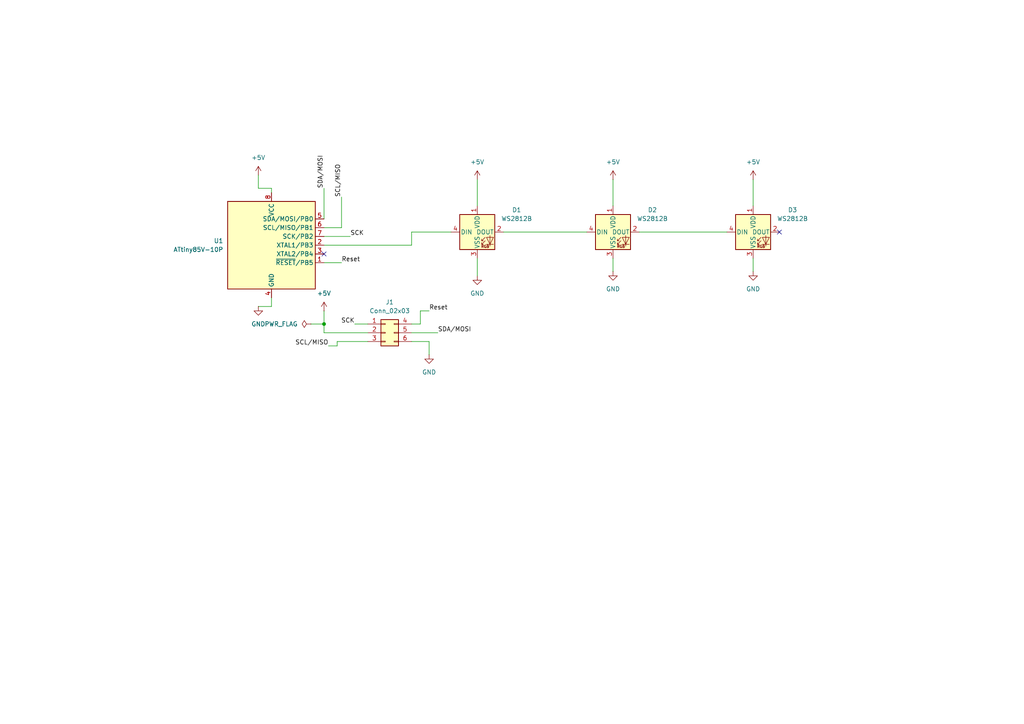
<source format=kicad_sch>
(kicad_sch (version 20250114) (generator "eeschema") (generator_version "9.0")
  (paper "A4")
  (lib_symbols
    (symbol "Connector_Generic:Conn_02x03_Top_Bottom" (pin_names (offset 1.016) (hide yes))
      (property "Reference" "J" (at 1.27 5.08 0))
      (property "Value" "Conn_02x03_Top_Bottom" (at 1.27 -5.08 0))
      (symbol "Conn_02x03_Top_Bottom_1_1"
        (rectangle (start -1.27 3.81) (end 3.81 -3.81) (stroke (width 0.254)) (fill (type background)))
        (rectangle (start -1.27 2.667) (end 0 2.413) (stroke (width 0.1524)))
        (rectangle (start -1.27 0.127) (end 0 -0.127) (stroke (width 0.1524)))
        (rectangle (start -1.27 -2.413) (end 0 -2.667) (stroke (width 0.1524)))
        (rectangle (start 3.81 2.667) (end 2.54 2.413) (stroke (width 0.1524)))
        (rectangle (start 3.81 0.127) (end 2.54 -0.127) (stroke (width 0.1524)))
        (rectangle (start 3.81 -2.413) (end 2.54 -2.667) (stroke (width 0.1524)))
        (pin passive line (at -5.08 2.54 0) (length 3.81) (name "Pin_1") (number "1"))
        (pin passive line (at -5.08 0 0) (length 3.81) (name "Pin_2") (number "2"))
        (pin passive line (at -5.08 -2.54 0) (length 3.81) (name "Pin_3") (number "3"))
        (pin passive line (at 7.62 2.54 180) (length 3.81) (name "Pin_4") (number "4"))
        (pin passive line (at 7.62 0 180) (length 3.81) (name "Pin_5") (number "5"))
        (pin passive line (at 7.62 -2.54 180) (length 3.81) (name "Pin_6") (number "6"))
      )
    )
    (symbol "LED:WS2812B" (pin_names (offset 0.254))
      (property "Reference" "D" (at 5.08 5.715 0))
      (property "Value" "WS2812B" (at 1.27 -5.715 0))
      (symbol "WS2812B_0_0"
        (text "RGB" (at 2.286 -4.191 0) (effects (font (size 0.762 0.762))))
      )
      (symbol "WS2812B_0_1"
        (polyline (pts (xy 1.27 -2.54) (xy 1.778 -2.54)))
        (polyline (pts (xy 1.27 -3.556) (xy 1.778 -3.556)))
        (polyline (pts (xy 2.286 -1.524) (xy 1.27 -2.54) (xy 1.27 -2.032)))
        (polyline (pts (xy 2.286 -2.54) (xy 1.27 -3.556) (xy 1.27 -3.048)))
        (polyline (pts (xy 3.683 -1.016) (xy 3.683 -3.556) (xy 3.683 -4.064)))
        (polyline (pts (xy 4.699 -1.524) (xy 2.667 -1.524) (xy 3.683 -3.556) (xy 4.699 -1.524)))
        (polyline (pts (xy 4.699 -3.556) (xy 2.667 -3.556)))
        (rectangle (start 5.08 5.08) (end -5.08 -5.08) (stroke (width 0.254)) (fill (type background)))
      )
      (symbol "WS2812B_1_1"
        (pin input line (at -7.62 0 0) (length 2.54) (name "DIN") (number "4"))
        (pin power_in line (at 0 7.62 270) (length 2.54) (name "VDD") (number "1"))
        (pin power_in line (at 0 -7.62 90) (length 2.54) (name "VSS") (number "3"))
        (pin output line (at 7.62 0 180) (length 2.54) (name "DOUT") (number "2"))
      )
    )
    (symbol "MCU_Microchip_ATtiny:ATtiny85V-10P"
      (property "Reference" "U1" (at -13.97 1.2701 0))
      (property "Value" "ATtiny85V-10P" (at -13.97 -1.2699 0))
      (symbol "ATtiny85V-10P_0_1"
        (rectangle (start -12.7 -12.7) (end 12.7 12.7) (stroke (width 0.254)) (fill (type background)))
      )
      (symbol "ATtiny85V-10P_1_1"
        (pin power_in line (at 0 15.24 270) (length 2.54) (name "VCC") (number "8"))
        (pin power_in line (at 0 -15.24 90) (length 2.54) (name "GND") (number "4"))
        (pin bidirectional line (at 15.24 7.62 180) (length 2.54) (name "SDA/MOSI/PB0") (number "5"))
        (pin bidirectional line (at 15.24 5.08 180) (length 2.54) (name "SCL/MISO/PB1") (number "6"))
        (pin bidirectional line (at 15.24 2.54 180) (length 2.54) (name "SCK/PB2") (number "7"))
        (pin bidirectional line (at 15.24 0 180) (length 2.54) (name "XTAL1/PB3") (number "2"))
        (pin bidirectional line (at 15.24 -2.54 180) (length 2.54) (name "XTAL2/PB4") (number "3"))
        (pin bidirectional line (at 15.24 -5.08 180) (length 2.54) (name "~{RESET}/PB5") (number "1"))
      )
    )
    (symbol "power:+5V" (power) (pin_numbers (hide yes)) (pin_names (offset 0) (hide yes))
      (property "Value" "+5V" (at 0 3.556 0))
      (symbol "+5V_0_1"
        (polyline (pts (xy -0.762 1.27) (xy 0 2.54)))
        (polyline (pts (xy 0 2.54) (xy 0.762 1.27)))
        (polyline (pts (xy 0 0) (xy 0 2.54)))
      )
      (symbol "+5V_1_1"
        (pin power_in line (at 0 0 90) (length 0) (name "~") (number "1"))
      )
    )
    (symbol "power:GND" (power) (pin_numbers (hide yes)) (pin_names (offset 0) (hide yes))
      (property "Value" "GND" (at 0 -3.81 0))
      (symbol "GND_0_1"
        (polyline (pts (xy 0 0) (xy 0 -1.27) (xy 1.27 -1.27) (xy 0 -2.54) (xy -1.27 -1.27) (xy 0 -1.27)))
      )
      (symbol "GND_1_1"
        (pin power_in line (at 0 0 270) (length 0) (name "~") (number "1"))
      )
    )
    (symbol "power:PWR_FLAG" (power) (pin_numbers (hide yes)) (pin_names (offset 0) (hide yes))
      (property "Value" "PWR_FLAG" (at 0 3.81 0))
      (symbol "PWR_FLAG_0_0"
        (pin power_out line (at 0 0 90) (length 0) (name "~") (number "1"))
      )
      (symbol "PWR_FLAG_0_1"
        (polyline (pts (xy 0 0) (xy 0 1.27) (xy -1.016 1.905) (xy 0 2.54) (xy 1.016 1.905) (xy 0 1.27)))
      )
    )
  )
  (junction (at 93.98 93.98))
  (no_connect (at 93.98 73.66))
  (no_connect (at 226.06 67.31))
  (wire (pts (xy 121.92 90.17) (xy 121.92 93.98)))
  (wire (pts (xy 138.43 52.07) (xy 138.43 59.69)))
  (wire (pts (xy 177.8 59.69) (xy 177.8 52.07)))
  (wire (pts (xy 93.98 54.61) (xy 93.98 63.5)))
  (wire (pts (xy 99.06 66.04) (xy 93.98 66.04)))
  (wire (pts (xy 78.74 54.61) (xy 78.74 55.88)))
  (wire (pts (xy 146.05 67.31) (xy 170.18 67.31)))
  (wire (pts (xy 124.46 90.17) (xy 121.92 90.17)))
  (wire (pts (xy 78.74 54.61) (xy 74.93 54.61)))
  (wire (pts (xy 97.79 100.33) (xy 95.25 100.33)))
  (wire (pts (xy 93.98 90.17) (xy 93.98 93.98)))
  (wire (pts (xy 185.42 67.31) (xy 210.82 67.31)))
  (wire (pts (xy 93.98 76.2) (xy 99.06 76.2)))
  (wire (pts (xy 97.79 99.06) (xy 106.68 99.06)))
  (wire (pts (xy 124.46 99.06) (xy 124.46 102.87)))
  (wire (pts (xy 119.38 99.06) (xy 124.46 99.06)))
  (wire (pts (xy 102.87 93.98) (xy 106.68 93.98)))
  (wire (pts (xy 119.38 96.52) (xy 127 96.52)))
  (wire (pts (xy 218.44 52.07) (xy 218.44 59.69)))
  (wire (pts (xy 177.8 74.93) (xy 177.8 78.74)))
  (wire (pts (xy 119.38 67.31) (xy 130.81 67.31)))
  (wire (pts (xy 90.17 93.98) (xy 93.98 93.98)))
  (wire (pts (xy 74.93 54.61) (xy 74.93 50.8)))
  (wire (pts (xy 93.98 71.12) (xy 119.38 71.12)))
  (wire (pts (xy 78.74 86.36) (xy 78.74 88.9)))
  (wire (pts (xy 119.38 71.12) (xy 119.38 67.31)))
  (wire (pts (xy 121.92 93.98) (xy 119.38 93.98)))
  (wire (pts (xy 138.43 74.93) (xy 138.43 80.01)))
  (wire (pts (xy 93.98 68.58) (xy 101.6 68.58)))
  (wire (pts (xy 106.68 96.52) (xy 93.98 96.52)))
  (wire (pts (xy 93.98 96.52) (xy 93.98 93.98)))
  (wire (pts (xy 218.44 74.93) (xy 218.44 78.74)))
  (wire (pts (xy 97.79 100.33) (xy 97.79 99.06)))
  (wire (pts (xy 99.06 57.15) (xy 99.06 66.04)))
  (wire (pts (xy 78.74 88.9) (xy 74.93 88.9)))
  (label "SDA{slash}MOSI" (at 93.98 54.61 90))
  (label "SCL{slash}MISO" (at 99.06 57.15 90))
  (label "SCK" (at 102.87 93.98 180))
  (label "SCK" (at 101.6 68.58 0))
  (label "SCL{slash}MISO" (at 95.25 100.33 180))
  (label "SDA{slash}MOSI" (at 127 96.52 0))
  (label "Reset" (at 124.46 90.17 0))
  (label "Reset" (at 99.06 76.2 0))
  (symbol (lib_id "power:GND") (at 177.8 78.74 0) (unit 1)
    (property "Reference" "#PWR02" (effects (hide yes)))
    (property "Value" "GND" (at 177.8 83.82 0))
    (property "Description" "Power symbol creates a global label with name \"GND\" , ground" (effects (hide yes)))
  )
  (symbol (lib_id "LED:WS2812B") (at 177.8 67.31 0) (unit 1)
    (property "Reference" "D2" (at 189.23 60.8898 0))
    (property "Value" "WS2812B" (at 189.23 63.4298 0))
    (property "Footprint" "LED_SMD:LED_WS2812B_PLCC4_5.0x5.0mm_P3.2mm" (effects (hide yes)))
    (property "Datasheet" "https://cdn-shop.adafruit.com/datasheets/WS2812B.pdf" (effects (hide yes)))
    (property "Description" "RGB LED with integrated controller" (effects (hide yes)))
  )
  (symbol (lib_id "power:GND") (at 138.43 80.01 0) (unit 1)
    (property "Reference" "#PWR01" (effects (hide yes)))
    (property "Value" "GND" (at 138.43 85.09 0))
    (property "Description" "Power symbol creates a global label with name \"GND\" , ground" (effects (hide yes)))
  )
  (symbol (lib_id "Connector_Generic:Conn_02x03_Top_Bottom") (at 111.76 96.52 0) (unit 1)
    (property "Reference" "J1" (at 113.03 87.63 0))
    (property "Value" "Conn_02x03" (at 113.03 90.17 0))
    (property "Footprint" "Connector_IDC:IDC-Header_2x03_P2.54mm_Horizontal" (effects (hide yes)))
    (property "Description" "Generic connector, double row, 02x03, top/bottom pin numbering scheme (row 1: 1...pins_per_row, row2: pins_per_row+1 ... num_pins), script generated (kicad-library-utils/schlib/autogen/connector/)" (effects (hide yes)))
  )
  (symbol (lib_id "power:GND") (at 124.46 102.87 0) (unit 1)
    (property "Reference" "#PWR010" (effects (hide yes)))
    (property "Value" "GND" (at 124.46 107.95 0))
    (property "Description" "Power symbol creates a global label with name \"GND\" , ground" (effects (hide yes)))
  )
  (symbol (lib_id "power:PWR_FLAG") (at 90.17 93.98 90) (unit 1)
    (property "Reference" "#FLG02" (effects (hide yes)))
    (property "Value" "PWR_FLAG" (at 86.36 93.9799 90) (effects (justify left)))
    (property "Description" "Special symbol for telling ERC where power comes from" (effects (hide yes)))
  )
  (symbol (lib_id "LED:WS2812B") (at 138.43 67.31 0) (unit 1)
    (property "Reference" "D1" (at 149.86 60.8898 0))
    (property "Value" "WS2812B" (at 149.86 63.4298 0))
    (property "Footprint" "LED_SMD:LED_WS2812B_PLCC4_5.0x5.0mm_P3.2mm" (effects (hide yes)))
    (property "Datasheet" "https://cdn-shop.adafruit.com/datasheets/WS2812B.pdf" (effects (hide yes)))
    (property "Description" "RGB LED with integrated controller" (effects (hide yes)))
  )
  (symbol (lib_id "power:+5V") (at 218.44 52.07 0) (unit 1)
    (property "Reference" "#PWR05" (effects (hide yes)))
    (property "Value" "+5V" (at 218.44 46.99 0))
    (property "Description" "Power symbol creates a global label with name \"+5V\"" (effects (hide yes)))
  )
  (symbol (lib_id "MCU_Microchip_ATtiny:ATtiny85V-10P") (at 78.74 71.12 0) (unit 1)
    (property "Reference" "U1" (at 64.77 69.8499 0) (effects (justify right)))
    (property "Value" "ATtiny85V-10P" (at 64.77 72.3899 0) (effects (justify right)))
    (property "Footprint" "Package_SO:SO-8_3.9x4.9mm_P1.27mm" (effects (hide yes)))
    (property "Datasheet" "http://ww1.microchip.com/downloads/en/DeviceDoc/atmel-2586-avr-8-bit-microcontroller-attiny25-attiny45-attiny85_datasheet.pdf" (effects (hide yes)))
    (property "Description" "10MHz, 8kB Flash, 512B SRAM, 512B EEPROM, debugWIRE, DIP-8" (effects (hide yes)))
  )
  (symbol (lib_id "power:+5V") (at 138.43 52.07 0) (unit 1)
    (property "Reference" "#PWR07" (effects (hide yes)))
    (property "Value" "+5V" (at 138.43 46.99 0))
    (property "Description" "Power symbol creates a global label with name \"+5V\"" (effects (hide yes)))
  )
  (symbol (lib_id "power:+5V") (at 74.93 50.8 0) (unit 1)
    (property "Reference" "#PWR08" (effects (hide yes)))
    (property "Value" "+5V" (at 74.93 45.72 0))
    (property "Description" "Power symbol creates a global label with name \"+5V\"" (effects (hide yes)))
  )
  (symbol (lib_id "power:+5V") (at 177.8 52.07 0) (unit 1)
    (property "Reference" "#PWR06" (effects (hide yes)))
    (property "Value" "+5V" (at 177.8 46.99 0))
    (property "Description" "Power symbol creates a global label with name \"+5V\"" (effects (hide yes)))
  )
  (symbol (lib_id "LED:WS2812B") (at 218.44 67.31 0) (unit 1)
    (property "Reference" "D3" (at 229.87 60.8898 0))
    (property "Value" "WS2812B" (at 229.87 63.4298 0))
    (property "Footprint" "LED_SMD:LED_WS2812B_PLCC4_5.0x5.0mm_P3.2mm" (effects (hide yes)))
    (property "Datasheet" "https://cdn-shop.adafruit.com/datasheets/WS2812B.pdf" (effects (hide yes)))
    (property "Description" "RGB LED with integrated controller" (effects (hide yes)))
  )
  (symbol (lib_id "power:+5V") (at 93.98 90.17 0) (unit 1)
    (property "Reference" "#PWR09" (effects (hide yes)))
    (property "Value" "+5V" (at 93.98 85.09 0))
    (property "Description" "Power symbol creates a global label with name \"+5V\"" (effects (hide yes)))
  )
  (symbol (lib_id "power:GND") (at 218.44 78.74 0) (unit 1)
    (property "Reference" "#PWR03" (effects (hide yes)))
    (property "Value" "GND" (at 218.44 83.82 0))
    (property "Description" "Power symbol creates a global label with name \"GND\" , ground" (effects (hide yes)))
  )
  (symbol (lib_id "power:GND") (at 74.93 88.9 0) (unit 1)
    (property "Reference" "#PWR04" (effects (hide yes)))
    (property "Value" "GND" (at 74.93 93.98 0))
    (property "Description" "Power symbol creates a global label with name \"GND\" , ground" (effects (hide yes)))
  )
)
</source>
